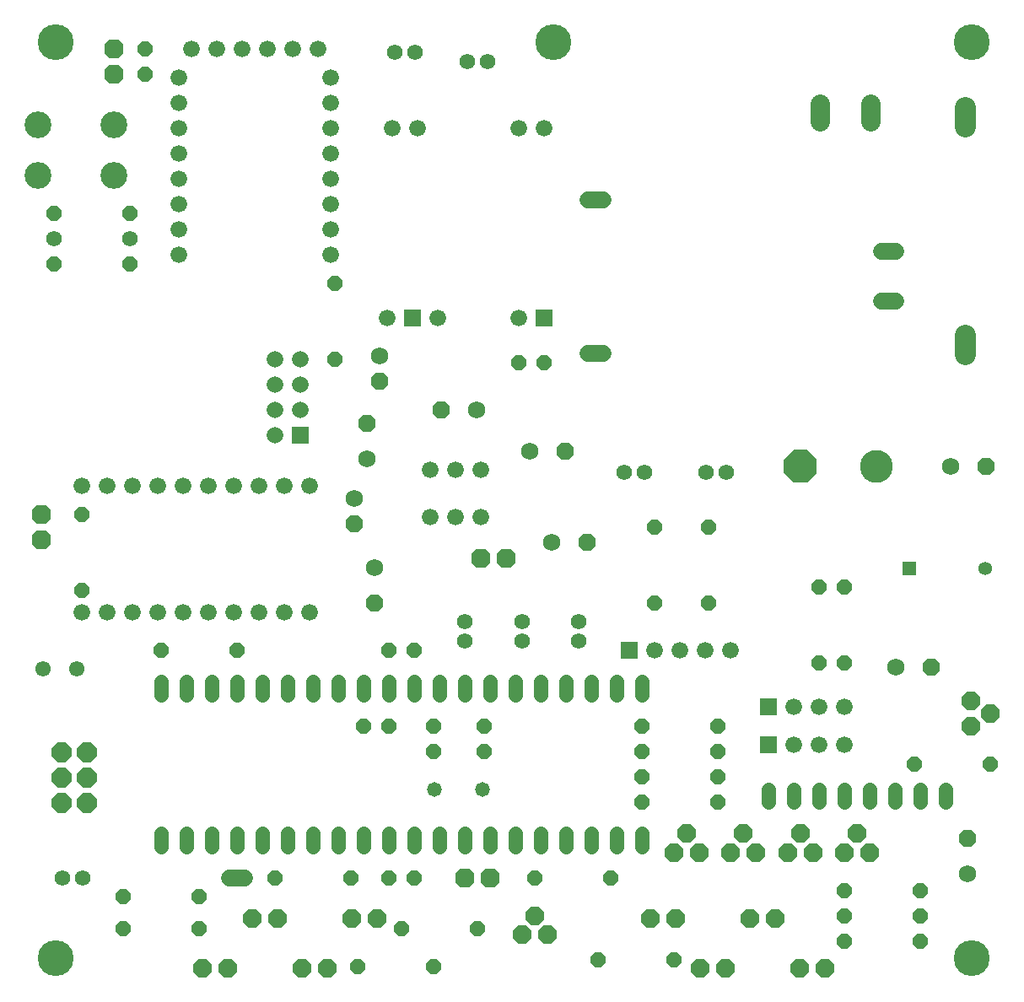
<source format=gbr>
G04 EAGLE Gerber RS-274X export*
G75*
%MOMM*%
%FSLAX34Y34*%
%LPD*%
%INSoldermask Bottom*%
%IPPOS*%
%AMOC8*
5,1,8,0,0,1.08239X$1,22.5*%
G01*
%ADD10C,3.552400*%
%ADD11C,3.600000*%
%ADD12C,1.660400*%
%ADD13P,2.199416X8X112.500000*%
%ADD14C,1.473200*%
%ADD15P,1.594577X8X202.500000*%
%ADD16P,1.979475X8X202.500000*%
%ADD17C,1.473200*%
%ADD18P,1.594577X8X292.500000*%
%ADD19P,1.594577X8X22.500000*%
%ADD20C,1.943100*%
%ADD21C,2.133600*%
%ADD22R,1.676400X1.676400*%
%ADD23C,1.676400*%
%ADD24P,1.979475X8X22.500000*%
%ADD25P,1.896997X8X202.500000*%
%ADD26C,1.752600*%
%ADD27P,1.896997X8X292.500000*%
%ADD28P,1.979475X8X292.500000*%
%ADD29R,1.360400X1.360400*%
%ADD30C,1.360400*%
%ADD31C,1.560400*%
%ADD32C,2.692400*%
%ADD33R,1.660400X1.660400*%
%ADD34C,1.660400*%
%ADD35C,1.574800*%
%ADD36C,1.552400*%
%ADD37C,1.676400*%
%ADD38P,1.594577X8X112.500000*%
%ADD39P,1.896997X8X22.500000*%
%ADD40P,1.896997X8X112.500000*%
%ADD41P,2.089446X8X22.500000*%
%ADD42P,2.089446X8X112.500000*%
%ADD43P,2.089446X8X292.500000*%
%ADD44P,3.574052X8X202.500000*%
%ADD45C,3.302000*%


D10*
X960000Y960000D03*
D11*
X960000Y960000D03*
D10*
X40000Y960000D03*
D11*
X40000Y960000D03*
D10*
X40000Y40000D03*
D11*
X40000Y40000D03*
D10*
X960000Y40000D03*
D11*
X960000Y40000D03*
D12*
X883774Y699408D02*
X868694Y699408D01*
X868694Y749408D02*
X883774Y749408D01*
X589774Y647408D02*
X574694Y647408D01*
X574694Y801408D02*
X589774Y801408D01*
D13*
X71700Y196200D03*
X46300Y196200D03*
X71700Y221600D03*
X46300Y221600D03*
X71700Y247000D03*
X46300Y247000D03*
D14*
X145916Y165312D02*
X145916Y152104D01*
X171316Y152104D02*
X171316Y165312D01*
X298316Y165312D02*
X298316Y152104D01*
X323716Y152104D02*
X323716Y165312D01*
X196716Y165312D02*
X196716Y152104D01*
X222116Y152104D02*
X222116Y165312D01*
X272916Y165312D02*
X272916Y152104D01*
X247516Y152104D02*
X247516Y165312D01*
X349116Y165312D02*
X349116Y152104D01*
X374516Y152104D02*
X374516Y165312D01*
X399916Y165312D02*
X399916Y152104D01*
X425316Y152104D02*
X425316Y165312D01*
X450716Y165312D02*
X450716Y152104D01*
X476116Y152104D02*
X476116Y165312D01*
X501516Y165312D02*
X501516Y152104D01*
X526916Y152104D02*
X526916Y165312D01*
X552316Y165312D02*
X552316Y152104D01*
X577716Y152104D02*
X577716Y165312D01*
X603116Y165312D02*
X603116Y152104D01*
X628516Y152104D02*
X628516Y165312D01*
X628516Y304504D02*
X628516Y317712D01*
X603116Y317712D02*
X603116Y304504D01*
X577716Y304504D02*
X577716Y317712D01*
X552316Y317712D02*
X552316Y304504D01*
X526916Y304504D02*
X526916Y317712D01*
X501516Y317712D02*
X501516Y304504D01*
X476116Y304504D02*
X476116Y317712D01*
X450716Y317712D02*
X450716Y304504D01*
X425316Y304504D02*
X425316Y317712D01*
X399916Y317712D02*
X399916Y304504D01*
X374516Y304504D02*
X374516Y317712D01*
X349116Y317712D02*
X349116Y304504D01*
X323716Y304504D02*
X323716Y317712D01*
X298316Y317712D02*
X298316Y304504D01*
X272916Y304504D02*
X272916Y317712D01*
X247516Y317712D02*
X247516Y304504D01*
X222116Y304504D02*
X222116Y317712D01*
X196716Y317712D02*
X196716Y304504D01*
X171316Y304504D02*
X171316Y317712D01*
X145916Y317712D02*
X145916Y304504D01*
D15*
X114282Y736584D03*
X38082Y736584D03*
D16*
X212700Y30000D03*
X187300Y30000D03*
X812700Y30000D03*
X787300Y30000D03*
D17*
X420370Y209550D03*
X468630Y209550D03*
D18*
X469900Y273050D03*
X469900Y247650D03*
X419100Y273050D03*
X419100Y247650D03*
X130175Y952500D03*
X130175Y927100D03*
D15*
X400050Y120650D03*
X374650Y120650D03*
D19*
X374650Y349250D03*
X400050Y349250D03*
D15*
X374650Y273050D03*
X349250Y273050D03*
D20*
X857900Y880147D02*
X857900Y898054D01*
X807100Y898054D02*
X807100Y880147D01*
D21*
X952900Y874994D02*
X952900Y894806D01*
X952900Y666206D02*
X952900Y646394D01*
D22*
X755650Y254000D03*
D23*
X781050Y254000D03*
X806450Y254000D03*
X831850Y254000D03*
D24*
X717550Y146050D03*
X730250Y165100D03*
X742950Y146050D03*
D15*
X704850Y222250D03*
X628650Y222250D03*
D19*
X107950Y69850D03*
X184150Y69850D03*
D15*
X908050Y57150D03*
X831850Y57150D03*
D16*
X712700Y30000D03*
X687300Y30000D03*
X312700Y30000D03*
X287300Y30000D03*
D24*
X660400Y146050D03*
X673100Y165100D03*
X685800Y146050D03*
D15*
X704850Y196850D03*
X628650Y196850D03*
X908050Y82550D03*
X831850Y82550D03*
X419100Y31750D03*
X342900Y31750D03*
D16*
X762700Y80000D03*
X737300Y80000D03*
X262700Y80000D03*
X237300Y80000D03*
D24*
X774700Y146050D03*
X787400Y165100D03*
X800100Y146050D03*
D15*
X704850Y247650D03*
X628650Y247650D03*
X908050Y107950D03*
X831850Y107950D03*
X336550Y120650D03*
X260350Y120650D03*
D16*
X662700Y80000D03*
X637300Y80000D03*
X362700Y80000D03*
X337300Y80000D03*
D24*
X831850Y146050D03*
X844550Y165100D03*
X857250Y146050D03*
D15*
X704850Y273050D03*
X628650Y273050D03*
D19*
X584200Y38100D03*
X660400Y38100D03*
D15*
X463550Y69850D03*
X387350Y69850D03*
D25*
X426720Y590550D03*
D26*
X462280Y590550D03*
D27*
X360045Y396240D03*
D26*
X360045Y431800D03*
D27*
X365125Y619125D03*
D26*
X365125Y644525D03*
D27*
X339725Y476250D03*
D26*
X339725Y501650D03*
D10*
X540000Y960000D03*
D11*
X540000Y960000D03*
D28*
X958850Y298450D03*
X977900Y285750D03*
X958850Y273050D03*
D15*
X977900Y234950D03*
X901700Y234950D03*
D29*
X897255Y431165D03*
D30*
X973455Y431165D03*
D24*
X508000Y63500D03*
X520700Y82550D03*
X533400Y63500D03*
D15*
X596900Y120650D03*
X520700Y120650D03*
D14*
X933450Y196596D02*
X933450Y209804D01*
X908050Y209804D02*
X908050Y196596D01*
X882650Y196596D02*
X882650Y209804D01*
X857250Y209804D02*
X857250Y196596D01*
X831850Y196596D02*
X831850Y209804D01*
X806450Y209804D02*
X806450Y196596D01*
X781050Y196596D02*
X781050Y209804D01*
X755650Y209804D02*
X755650Y196596D01*
D31*
X114300Y762000D03*
X38100Y762000D03*
D19*
X38100Y787400D03*
X114300Y787400D03*
D32*
X98425Y825500D03*
X22225Y825500D03*
X98425Y876300D03*
X22225Y876300D03*
D23*
X295275Y514350D03*
X269875Y514350D03*
X244475Y514350D03*
X219075Y514350D03*
X193675Y514350D03*
X168275Y514350D03*
X142875Y514350D03*
X117475Y514350D03*
X92075Y514350D03*
X66675Y514350D03*
X295275Y387350D03*
X269875Y387350D03*
X244475Y387350D03*
X219075Y387350D03*
X193675Y387350D03*
X168275Y387350D03*
X142875Y387350D03*
X117475Y387350D03*
X92075Y387350D03*
X66675Y387350D03*
D15*
X222250Y349250D03*
X146050Y349250D03*
D23*
X415925Y530225D03*
X441325Y530225D03*
X466725Y530225D03*
D33*
X285750Y565150D03*
D34*
X260350Y641350D03*
X260350Y615950D03*
X260350Y590550D03*
X260350Y565150D03*
X285750Y590550D03*
X285750Y615950D03*
X285750Y641350D03*
D22*
X755650Y292100D03*
D23*
X781050Y292100D03*
X806450Y292100D03*
X831850Y292100D03*
D35*
X67150Y120650D03*
X47150Y120650D03*
X712945Y527685D03*
X692945Y527685D03*
X631030Y527685D03*
X611030Y527685D03*
D19*
X107950Y101600D03*
X184150Y101600D03*
D18*
X695325Y473075D03*
X695325Y396875D03*
X641350Y473075D03*
X641350Y396875D03*
D35*
X565150Y358300D03*
X565150Y378300D03*
X508000Y358300D03*
X508000Y378300D03*
X450850Y358300D03*
X450850Y378300D03*
D22*
X615950Y349250D03*
D23*
X641350Y349250D03*
X666750Y349250D03*
X692150Y349250D03*
X717550Y349250D03*
D36*
X61450Y330200D03*
X27450Y330200D03*
D23*
X415925Y482600D03*
X441325Y482600D03*
X466725Y482600D03*
D37*
X229870Y120650D02*
X214630Y120650D01*
D23*
X163830Y923925D03*
X163830Y898525D03*
X163830Y873125D03*
X163830Y847725D03*
X163830Y822325D03*
X163830Y796925D03*
X163830Y771525D03*
X163830Y746125D03*
X316230Y746125D03*
X316230Y771525D03*
X316230Y796925D03*
X316230Y822325D03*
X316230Y847725D03*
X316230Y873125D03*
X316230Y898525D03*
X316230Y923925D03*
D38*
X320675Y641350D03*
X320675Y717550D03*
D23*
X176403Y952627D03*
X201803Y952627D03*
X227203Y952627D03*
X252603Y952627D03*
X278003Y952627D03*
X303403Y952627D03*
D39*
X573405Y457200D03*
D26*
X537845Y457200D03*
D40*
X352425Y576580D03*
D26*
X352425Y541020D03*
D39*
X551180Y549275D03*
D26*
X515620Y549275D03*
D40*
X955675Y160655D03*
D26*
X955675Y125095D03*
D39*
X918845Y332105D03*
D26*
X883285Y332105D03*
D39*
X974090Y534035D03*
D26*
X938530Y534035D03*
D38*
X66675Y409575D03*
X66675Y485775D03*
D41*
X98425Y952500D03*
X98425Y927100D03*
D42*
X450850Y120650D03*
X476250Y120650D03*
D41*
X25400Y485775D03*
X25400Y460375D03*
D43*
X492125Y441325D03*
X466725Y441325D03*
D18*
X806450Y412750D03*
X806450Y336550D03*
X831850Y412750D03*
X831850Y336550D03*
D23*
X372745Y682625D03*
D22*
X398145Y682625D03*
D23*
X423545Y682625D03*
X504825Y682625D03*
D22*
X530225Y682625D03*
D23*
X530225Y873125D03*
X504825Y873125D03*
X403225Y873125D03*
X377825Y873125D03*
D35*
X400525Y949325D03*
X380525Y949325D03*
X453550Y939800D03*
X473550Y939800D03*
D15*
X530225Y638175D03*
X504825Y638175D03*
D44*
X787400Y533400D03*
D45*
X863600Y533400D03*
M02*

</source>
